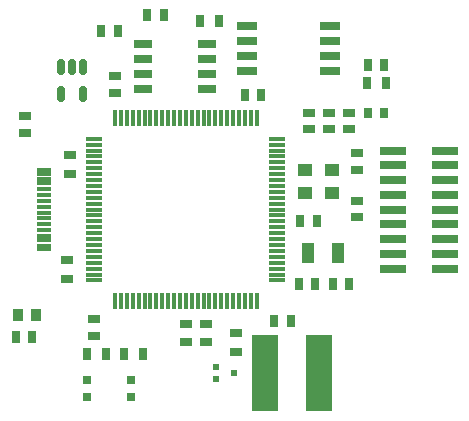
<source format=gbr>
%TF.GenerationSoftware,KiCad,Pcbnew,8.0.6-8.0.6-0~ubuntu24.04.1*%
%TF.CreationDate,2024-10-22T17:09:28-04:00*%
%TF.ProjectId,ta-expt-v2,74612d65-7870-4742-9d76-322e6b696361,rev?*%
%TF.SameCoordinates,Original*%
%TF.FileFunction,Paste,Top*%
%TF.FilePolarity,Positive*%
%FSLAX46Y46*%
G04 Gerber Fmt 4.6, Leading zero omitted, Abs format (unit mm)*
G04 Created by KiCad (PCBNEW 8.0.6-8.0.6-0~ubuntu24.04.1) date 2024-10-22 17:09:28*
%MOMM*%
%LPD*%
G01*
G04 APERTURE LIST*
G04 Aperture macros list*
%AMRoundRect*
0 Rectangle with rounded corners*
0 $1 Rounding radius*
0 $2 $3 $4 $5 $6 $7 $8 $9 X,Y pos of 4 corners*
0 Add a 4 corners polygon primitive as box body*
4,1,4,$2,$3,$4,$5,$6,$7,$8,$9,$2,$3,0*
0 Add four circle primitives for the rounded corners*
1,1,$1+$1,$2,$3*
1,1,$1+$1,$4,$5*
1,1,$1+$1,$6,$7*
1,1,$1+$1,$8,$9*
0 Add four rect primitives between the rounded corners*
20,1,$1+$1,$2,$3,$4,$5,0*
20,1,$1+$1,$4,$5,$6,$7,0*
20,1,$1+$1,$6,$7,$8,$9,0*
20,1,$1+$1,$8,$9,$2,$3,0*%
G04 Aperture macros list end*
%ADD10R,1.475000X0.300000*%
%ADD11R,0.300000X1.475000*%
%ADD12R,0.780000X0.990000*%
%ADD13R,1.525000X0.650000*%
%ADD14R,1.000000X0.800000*%
%ADD15R,0.800000X1.000000*%
%ADD16R,0.800000X0.800000*%
%ADD17R,0.990000X0.780000*%
%ADD18R,0.630000X0.480000*%
%ADD19R,2.300000X0.700000*%
%ADD20R,1.150000X0.300000*%
%ADD21R,0.750000X0.940000*%
%ADD22R,1.300000X1.100000*%
%ADD23RoundRect,0.150000X-0.150000X0.512500X-0.150000X-0.512500X0.150000X-0.512500X0.150000X0.512500X0*%
%ADD24R,2.300000X6.400000*%
%ADD25R,1.000000X1.800000*%
%ADD26R,1.785000X0.650000*%
%ADD27R,0.900000X1.000000*%
G04 APERTURE END LIST*
D10*
%TO.C,IC3*%
X160738000Y-114000000D03*
X160738000Y-113500000D03*
X160738000Y-113000000D03*
X160738000Y-112500000D03*
X160738000Y-112000000D03*
X160738000Y-111500000D03*
X160738000Y-111000000D03*
X160738000Y-110500000D03*
X160738000Y-110000000D03*
X160738000Y-109500000D03*
X160738000Y-109000000D03*
X160738000Y-108500000D03*
X160738000Y-108000000D03*
X160738000Y-107500000D03*
X160738000Y-107000000D03*
X160738000Y-106500000D03*
X160738000Y-106000000D03*
X160738000Y-105500000D03*
X160738000Y-105000000D03*
X160738000Y-104500000D03*
X160738000Y-104000000D03*
X160738000Y-103500000D03*
X160738000Y-103000000D03*
X160738000Y-102500000D03*
X160738000Y-102000000D03*
D11*
X159000000Y-100262000D03*
X158500000Y-100262000D03*
X158000000Y-100262000D03*
X157500000Y-100262000D03*
X157000000Y-100262000D03*
X156500000Y-100262000D03*
X156000000Y-100262000D03*
X155500000Y-100262000D03*
X155000000Y-100262000D03*
X154500000Y-100262000D03*
X154000000Y-100262000D03*
X153500000Y-100262000D03*
X153000000Y-100262000D03*
X152500000Y-100262000D03*
X152000000Y-100262000D03*
X151500000Y-100262000D03*
X151000000Y-100262000D03*
X150500000Y-100262000D03*
X150000000Y-100262000D03*
X149500000Y-100262000D03*
X149000000Y-100262000D03*
X148500000Y-100262000D03*
X148000000Y-100262000D03*
X147500000Y-100262000D03*
X147000000Y-100262000D03*
D10*
X145262000Y-102000000D03*
X145262000Y-102500000D03*
X145262000Y-103000000D03*
X145262000Y-103500000D03*
X145262000Y-104000000D03*
X145262000Y-104500000D03*
X145262000Y-105000000D03*
X145262000Y-105500000D03*
X145262000Y-106000000D03*
X145262000Y-106500000D03*
X145262000Y-107000000D03*
X145262000Y-107500000D03*
X145262000Y-108000000D03*
X145262000Y-108500000D03*
X145262000Y-109000000D03*
X145262000Y-109500000D03*
X145262000Y-110000000D03*
X145262000Y-110500000D03*
X145262000Y-111000000D03*
X145262000Y-111500000D03*
X145262000Y-112000000D03*
X145262000Y-112500000D03*
X145262000Y-113000000D03*
X145262000Y-113500000D03*
X145262000Y-114000000D03*
D11*
X147000000Y-115738000D03*
X147500000Y-115738000D03*
X148000000Y-115738000D03*
X148500000Y-115738000D03*
X149000000Y-115738000D03*
X149500000Y-115738000D03*
X150000000Y-115738000D03*
X150500000Y-115738000D03*
X151000000Y-115738000D03*
X151500000Y-115738000D03*
X152000000Y-115738000D03*
X152500000Y-115738000D03*
X153000000Y-115738000D03*
X153500000Y-115738000D03*
X154000000Y-115738000D03*
X154500000Y-115738000D03*
X155000000Y-115738000D03*
X155500000Y-115738000D03*
X156000000Y-115738000D03*
X156500000Y-115738000D03*
X157000000Y-115738000D03*
X157500000Y-115738000D03*
X158000000Y-115738000D03*
X158500000Y-115738000D03*
X159000000Y-115738000D03*
%TD*%
D12*
%TO.C,C4*%
X162550000Y-114300000D03*
X163950000Y-114300000D03*
%TD*%
D13*
%TO.C,IC2*%
X154824000Y-97750000D03*
X154824000Y-96480000D03*
X154824000Y-95210000D03*
X154824000Y-93940000D03*
X149400000Y-93940000D03*
X149400000Y-95210000D03*
X149400000Y-96480000D03*
X149400000Y-97750000D03*
%TD*%
D12*
%TO.C,C14*%
X159400000Y-98300000D03*
X158000000Y-98300000D03*
%TD*%
D14*
%TO.C,R6*%
X154700000Y-119250000D03*
X154700000Y-117650000D03*
%TD*%
D15*
%TO.C,R7*%
X169950000Y-97300000D03*
X168350000Y-97300000D03*
%TD*%
D14*
%TO.C,R3*%
X157250000Y-120050000D03*
X157250000Y-118450000D03*
%TD*%
D16*
%TO.C,LED2*%
X148350000Y-123900000D03*
X148350000Y-122400000D03*
%TD*%
D12*
%TO.C,C19*%
X147250000Y-92850000D03*
X145850000Y-92850000D03*
%TD*%
D15*
%TO.C,R4*%
X155800000Y-92000000D03*
X154200000Y-92000000D03*
%TD*%
D17*
%TO.C,C9*%
X165100000Y-101200000D03*
X165100000Y-99800000D03*
%TD*%
D18*
%TO.C,IC1*%
X155545000Y-121350000D03*
X155545000Y-122350000D03*
X157055000Y-121850000D03*
%TD*%
D19*
%TO.C,J5*%
X170575000Y-113000000D03*
X174925000Y-113000000D03*
X170575000Y-111750000D03*
X174925000Y-111750000D03*
X170575000Y-110500000D03*
X174925000Y-110500000D03*
X170575000Y-109250000D03*
X174925000Y-109250000D03*
X170575000Y-108000000D03*
X174925000Y-108000000D03*
X170575000Y-106750000D03*
X174925000Y-106750000D03*
X170575000Y-105500000D03*
X174925000Y-105500000D03*
X170575000Y-104250000D03*
X174925000Y-104250000D03*
X170575000Y-103000000D03*
X174925000Y-103000000D03*
%TD*%
D20*
%TO.C,J3*%
X140955000Y-104650000D03*
X140955000Y-105450000D03*
X140955000Y-106750000D03*
X140955000Y-107750000D03*
X140955000Y-108250000D03*
X140955000Y-109250000D03*
X140955000Y-110550000D03*
X140955000Y-111350000D03*
X140955000Y-111050000D03*
X140955000Y-110250000D03*
X140955000Y-109750000D03*
X140955000Y-108750000D03*
X140955000Y-107250000D03*
X140955000Y-106250000D03*
X140955000Y-105750000D03*
X140955000Y-104950000D03*
%TD*%
D17*
%TO.C,C6*%
X167500000Y-107250000D03*
X167500000Y-108650000D03*
%TD*%
D12*
%TO.C,C10*%
X151150000Y-91550000D03*
X149750000Y-91550000D03*
%TD*%
D17*
%TO.C,C7*%
X166800000Y-101200000D03*
X166800000Y-99800000D03*
%TD*%
%TO.C,C13*%
X147000000Y-98100000D03*
X147000000Y-96700000D03*
%TD*%
D14*
%TO.C,R9*%
X142900000Y-113900000D03*
X142900000Y-112300000D03*
%TD*%
D21*
%TO.C,C5*%
X168400000Y-99800000D03*
X169800000Y-99800000D03*
%TD*%
D15*
%TO.C,R2*%
X147800000Y-120200000D03*
X149400000Y-120200000D03*
%TD*%
%TO.C,R1*%
X146250000Y-120200000D03*
X144650000Y-120200000D03*
%TD*%
D17*
%TO.C,C18*%
X139350000Y-100100000D03*
X139350000Y-101500000D03*
%TD*%
%TO.C,C16*%
X145200000Y-118700000D03*
X145200000Y-117300000D03*
%TD*%
D16*
%TO.C,LED1*%
X144650000Y-123900000D03*
X144650000Y-122400000D03*
%TD*%
D17*
%TO.C,C12*%
X163400000Y-101200000D03*
X163400000Y-99800000D03*
%TD*%
D12*
%TO.C,C15*%
X164100000Y-109000000D03*
X162700000Y-109000000D03*
%TD*%
D22*
%TO.C,Y1*%
X163100000Y-106575000D03*
X165400000Y-106575000D03*
X165400000Y-104675000D03*
X163100000Y-104675000D03*
%TD*%
D14*
%TO.C,R8*%
X143200000Y-103350000D03*
X143200000Y-104950000D03*
%TD*%
D12*
%TO.C,C8*%
X165450000Y-114300000D03*
X166850000Y-114300000D03*
%TD*%
%TO.C,C2*%
X140000000Y-118800000D03*
X138600000Y-118800000D03*
%TD*%
D23*
%TO.C,U1*%
X144300000Y-95925000D03*
X143350000Y-95925000D03*
X142400000Y-95925000D03*
X142400000Y-98200000D03*
X144300000Y-98200000D03*
%TD*%
D24*
%TO.C,C1*%
X159700000Y-121850000D03*
X164300000Y-121850000D03*
%TD*%
D17*
%TO.C,C3*%
X167500000Y-104650000D03*
X167500000Y-103250000D03*
%TD*%
D12*
%TO.C,C11*%
X161900000Y-117450000D03*
X160500000Y-117450000D03*
%TD*%
%TO.C,C17*%
X168400000Y-95800000D03*
X169800000Y-95800000D03*
%TD*%
D25*
%TO.C,Y2*%
X165875000Y-111650000D03*
X163325000Y-111650000D03*
%TD*%
D26*
%TO.C,IC4*%
X158168000Y-92495000D03*
X158168000Y-93765000D03*
X158168000Y-95035000D03*
X158168000Y-96305000D03*
X165232000Y-96305000D03*
X165232000Y-95035000D03*
X165232000Y-93765000D03*
X165232000Y-92495000D03*
%TD*%
D27*
%TO.C,FB1*%
X138750000Y-116900000D03*
X140350000Y-116900000D03*
%TD*%
D14*
%TO.C,R5*%
X153050000Y-117650000D03*
X153050000Y-119250000D03*
%TD*%
M02*

</source>
